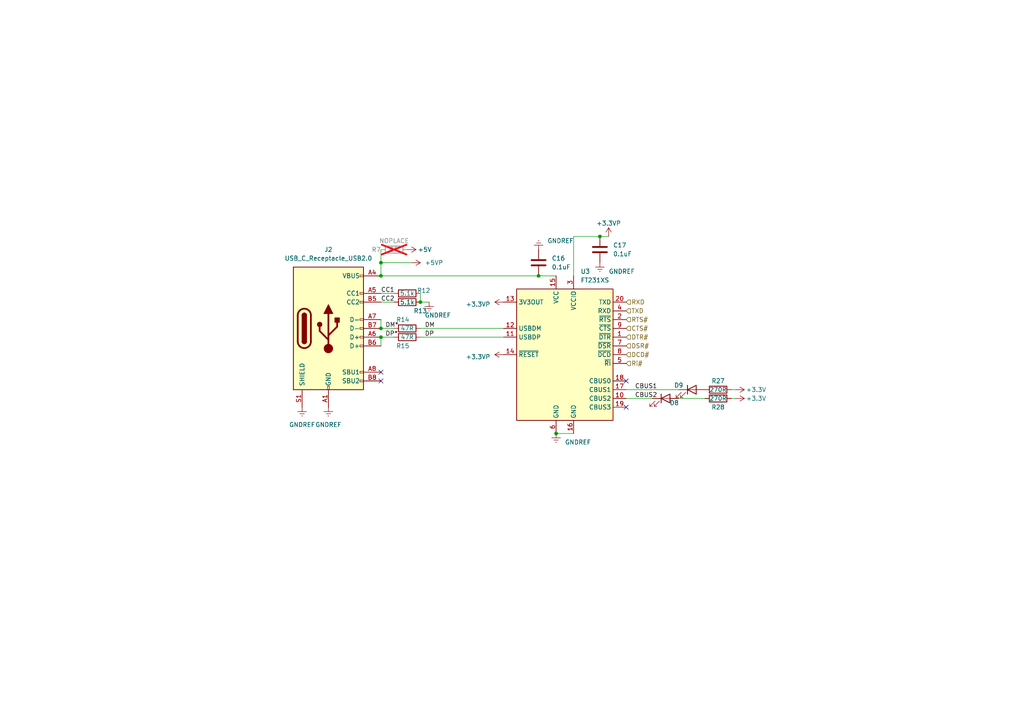
<source format=kicad_sch>
(kicad_sch (version 20230121) (generator eeschema)
  (paper "A4")
  (lib_symbols
    (symbol "Connector:USB_C_Receptacle_USB2.0" (pin_names (offset 1.016))
      (property "Reference" "J" (at -10.16 19.05 0))
      (property "Value" "USB_C_Receptacle_USB2.0" (at 19.05 19.05 0))
      (symbol "USB_C_Receptacle_USB2.0_0_0"
        (rectangle (start -0.254 -17.78) (end 0.254 -16.764))
        (rectangle (start 10.16 -14.986) (end 9.144 -15.494))
        (rectangle (start 10.16 -12.446) (end 9.144 -12.954))
        (rectangle (start 10.16 -4.826) (end 9.144 -5.334))
        (rectangle (start 10.16 -2.286) (end 9.144 -2.794))
        (rectangle (start 10.16 0.254) (end 9.144 -0.254))
        (rectangle (start 10.16 2.794) (end 9.144 2.286))
        (rectangle (start 10.16 7.874) (end 9.144 7.366))
        (rectangle (start 10.16 10.414) (end 9.144 9.906))
        (rectangle (start 10.16 15.494) (end 9.144 14.986))
      )
      (symbol "USB_C_Receptacle_USB2.0_0_1"
        (rectangle (start -10.16 17.78) (end 10.16 -17.78) (stroke (width 0.254)) (fill (type background)))
        (arc (start -8.89 -3.81) (mid -6.985 -5.7067) (end -5.08 -3.81) (stroke (width 0.508)))
        (arc (start -7.62 -3.81) (mid -6.985 -4.4423) (end -6.35 -3.81) (stroke (width 0.254)))
        (arc (start -7.62 -3.81) (mid -6.985 -4.4423) (end -6.35 -3.81) (stroke (width 0.254)) (fill (type outline)))
        (rectangle (start -7.62 -3.81) (end -6.35 3.81) (stroke (width 0.254)) (fill (type outline)))
        (arc (start -6.35 3.81) (mid -6.985 4.4423) (end -7.62 3.81) (stroke (width 0.254)))
        (arc (start -6.35 3.81) (mid -6.985 4.4423) (end -7.62 3.81) (stroke (width 0.254)) (fill (type outline)))
        (arc (start -5.08 3.81) (mid -6.985 5.7067) (end -8.89 3.81) (stroke (width 0.508)))
        (circle (center -2.54 1.143) (radius 0.635) (stroke (width 0.254)) (fill (type outline)))
        (circle (center 0 -5.842) (radius 1.27) (fill (type outline)))
        (polyline (pts (xy -8.89 -3.81) (xy -8.89 3.81)) (stroke (width 0.508)))
        (polyline (pts (xy -5.08 3.81) (xy -5.08 -3.81)) (stroke (width 0.508)))
        (polyline (pts (xy 0 -5.842) (xy 0 4.318)) (stroke (width 0.508)))
        (polyline (pts (xy 0 -3.302) (xy -2.54 -0.762) (xy -2.54 0.508)) (stroke (width 0.508)))
        (polyline (pts (xy 0 -2.032) (xy 2.54 0.508) (xy 2.54 1.778)) (stroke (width 0.508)))
        (polyline (pts (xy -1.27 4.318) (xy 0 6.858) (xy 1.27 4.318) (xy -1.27 4.318)) (stroke (width 0.254)) (fill (type outline)))
        (rectangle (start 1.905 1.778) (end 3.175 3.048) (stroke (width 0.254)) (fill (type outline)))
      )
      (symbol "USB_C_Receptacle_USB2.0_1_1"
        (pin passive line (at 0 -22.86 90) (length 5.08) (name "GND") (number "A1"))
        (pin passive line (at 0 -22.86 90) (length 5.08) hide (name "GND") (number "A12"))
        (pin passive line (at 15.24 15.24 180) (length 5.08) (name "VBUS") (number "A4"))
        (pin bidirectional line (at 15.24 10.16 180) (length 5.08) (name "CC1") (number "A5"))
        (pin bidirectional line (at 15.24 -2.54 180) (length 5.08) (name "D+") (number "A6"))
        (pin bidirectional line (at 15.24 2.54 180) (length 5.08) (name "D-") (number "A7"))
        (pin bidirectional line (at 15.24 -12.7 180) (length 5.08) (name "SBU1") (number "A8"))
        (pin passive line (at 15.24 15.24 180) (length 5.08) hide (name "VBUS") (number "A9"))
        (pin passive line (at 0 -22.86 90) (length 5.08) hide (name "GND") (number "B1"))
        (pin passive line (at 0 -22.86 90) (length 5.08) hide (name "GND") (number "B12"))
        (pin passive line (at 15.24 15.24 180) (length 5.08) hide (name "VBUS") (number "B4"))
        (pin bidirectional line (at 15.24 7.62 180) (length 5.08) (name "CC2") (number "B5"))
        (pin bidirectional line (at 15.24 -5.08 180) (length 5.08) (name "D+") (number "B6"))
        (pin bidirectional line (at 15.24 0 180) (length 5.08) (name "D-") (number "B7"))
        (pin bidirectional line (at 15.24 -15.24 180) (length 5.08) (name "SBU2") (number "B8"))
        (pin passive line (at 15.24 15.24 180) (length 5.08) hide (name "VBUS") (number "B9"))
        (pin passive line (at -7.62 -22.86 90) (length 5.08) (name "SHIELD") (number "S1"))
      )
    )
    (symbol "Device:C" (pin_numbers hide) (pin_names (offset 0.254))
      (property "Reference" "C" (at 0.635 2.54 0))
      (property "Value" "C" (at 0.635 -2.54 0))
      (symbol "C_0_1"
        (polyline (pts (xy -2.032 -0.762) (xy 2.032 -0.762)) (stroke (width 0.508)))
        (polyline (pts (xy -2.032 0.762) (xy 2.032 0.762)) (stroke (width 0.508)))
      )
      (symbol "C_1_1"
        (pin passive line (at 0 3.81 270) (length 2.794) (name "~") (number "1"))
        (pin passive line (at 0 -3.81 90) (length 2.794) (name "~") (number "2"))
      )
    )
    (symbol "Device:LED" (pin_numbers hide) (pin_names (offset 1.016) hide)
      (property "Reference" "D" (at 0 2.54 0))
      (property "Value" "LED" (at 0 -2.54 0))
      (symbol "LED_0_1"
        (polyline (pts (xy -1.27 -1.27) (xy -1.27 1.27)) (stroke (width 0.254)))
        (polyline (pts (xy -1.27 0) (xy 1.27 0)))
        (polyline (pts (xy 1.27 -1.27) (xy 1.27 1.27) (xy -1.27 0) (xy 1.27 -1.27)) (stroke (width 0.254)))
        (polyline (pts (xy -3.048 -0.762) (xy -4.572 -2.286) (xy -3.81 -2.286) (xy -4.572 -2.286) (xy -4.572 -1.524)))
        (polyline (pts (xy -1.778 -0.762) (xy -3.302 -2.286) (xy -2.54 -2.286) (xy -3.302 -2.286) (xy -3.302 -1.524)))
      )
      (symbol "LED_1_1"
        (pin passive line (at -3.81 0 0) (length 2.54) (name "K") (number "1"))
        (pin passive line (at 3.81 0 180) (length 2.54) (name "A") (number "2"))
      )
    )
    (symbol "Device:R" (pin_numbers hide) (pin_names (offset 0))
      (property "Reference" "R" (at 2.032 0 90))
      (property "Value" "R" (at 0 0 90))
      (symbol "R_0_1"
        (rectangle (start -1.016 -2.54) (end 1.016 2.54) (stroke (width 0.254)))
      )
      (symbol "R_1_1"
        (pin passive line (at 0 3.81 270) (length 1.27) (name "~") (number "1"))
        (pin passive line (at 0 -3.81 90) (length 1.27) (name "~") (number "2"))
      )
    )
    (symbol "Interface_USB:FT231XS"
      (property "Reference" "U" (at -13.97 20.32 0))
      (property "Value" "FT231XS" (at 7.62 20.32 0))
      (symbol "FT231XS_0_1"
        (rectangle (start -13.97 19.05) (end 13.97 -19.05) (stroke (width 0.254)) (fill (type background)))
      )
      (symbol "FT231XS_1_1"
        (pin output line (at 17.78 5.08 180) (length 3.81) (name "~{DTR}") (number "1"))
        (pin bidirectional line (at 17.78 -12.7 180) (length 3.81) (name "CBUS2") (number "10"))
        (pin bidirectional line (at -17.78 5.08 0) (length 3.81) (name "USBDP") (number "11"))
        (pin bidirectional line (at -17.78 7.62 0) (length 3.81) (name "USBDM") (number "12"))
        (pin power_out line (at -17.78 15.24 0) (length 3.81) (name "3V3OUT") (number "13"))
        (pin input line (at -17.78 0 0) (length 3.81) (name "~{RESET}") (number "14"))
        (pin power_in line (at -2.54 22.86 270) (length 3.81) (name "VCC") (number "15"))
        (pin power_in line (at 2.54 -22.86 90) (length 3.81) (name "GND") (number "16"))
        (pin bidirectional line (at 17.78 -10.16 180) (length 3.81) (name "CBUS1") (number "17"))
        (pin bidirectional line (at 17.78 -7.62 180) (length 3.81) (name "CBUS0") (number "18"))
        (pin bidirectional line (at 17.78 -15.24 180) (length 3.81) (name "CBUS3") (number "19"))
        (pin output line (at 17.78 10.16 180) (length 3.81) (name "~{RTS}") (number "2"))
        (pin output line (at 17.78 15.24 180) (length 3.81) (name "TXD") (number "20"))
        (pin power_in line (at 2.54 22.86 270) (length 3.81) (name "VCCIO") (number "3"))
        (pin input line (at 17.78 12.7 180) (length 3.81) (name "RXD") (number "4"))
        (pin input line (at 17.78 -2.54 180) (length 3.81) (name "~{RI}") (number "5"))
        (pin power_in line (at -2.54 -22.86 90) (length 3.81) (name "GND") (number "6"))
        (pin input line (at 17.78 2.54 180) (length 3.81) (name "~{DSR}") (number "7"))
        (pin input line (at 17.78 0 180) (length 3.81) (name "~{DCD}") (number "8"))
        (pin input line (at 17.78 7.62 180) (length 3.81) (name "~{CTS}") (number "9"))
      )
    )
    (symbol "power:+3.3V" (power) (pin_names (offset 0))
      (property "Value" "+3.3V" (at 0 3.556 0))
      (symbol "+3.3V_0_1"
        (polyline (pts (xy -0.762 1.27) (xy 0 2.54)))
        (polyline (pts (xy 0 0) (xy 0 2.54)))
        (polyline (pts (xy 0 2.54) (xy 0.762 1.27)))
      )
      (symbol "+3.3V_1_1"
        (pin power_in line (at 0 0 90) (length 0) hide (name "+3.3V") (number "1"))
      )
    )
    (symbol "power:+3.3VP" (power) (pin_names (offset 0))
      (property "Value" "+3.3VP" (at 0 2.54 0))
      (symbol "+3.3VP_0_0"
        (pin power_in line (at 0 0 90) (length 0) hide (name "+3.3VP") (number "1"))
      )
      (symbol "+3.3VP_0_1"
        (polyline (pts (xy -0.762 1.27) (xy 0 2.54)))
        (polyline (pts (xy 0 0) (xy 0 2.54)))
        (polyline (pts (xy 0 2.54) (xy 0.762 1.27)))
      )
    )
    (symbol "power:+5V" (power) (pin_names (offset 0))
      (property "Value" "+5V" (at 0 3.556 0))
      (symbol "+5V_0_1"
        (polyline (pts (xy -0.762 1.27) (xy 0 2.54)))
        (polyline (pts (xy 0 0) (xy 0 2.54)))
        (polyline (pts (xy 0 2.54) (xy 0.762 1.27)))
      )
      (symbol "+5V_1_1"
        (pin power_in line (at 0 0 90) (length 0) hide (name "+5V") (number "1"))
      )
    )
    (symbol "power:+5VP" (power) (pin_names (offset 0))
      (property "Value" "+5VP" (at 0 3.556 0))
      (symbol "+5VP_0_1"
        (polyline (pts (xy -0.762 1.27) (xy 0 2.54)))
        (polyline (pts (xy 0 0) (xy 0 2.54)))
        (polyline (pts (xy 0 2.54) (xy 0.762 1.27)))
      )
      (symbol "+5VP_1_1"
        (pin power_in line (at 0 0 90) (length 0) hide (name "+5VP") (number "1"))
      )
    )
    (symbol "power:GNDREF" (power) (pin_names (offset 0))
      (property "Value" "GNDREF" (at 0 -3.81 0))
      (symbol "GNDREF_0_1"
        (polyline (pts (xy -0.635 -1.905) (xy 0.635 -1.905)))
        (polyline (pts (xy -0.127 -2.54) (xy 0.127 -2.54)))
        (polyline (pts (xy 0 -1.27) (xy 0 0)))
        (polyline (pts (xy 1.27 -1.27) (xy -1.27 -1.27)))
      )
      (symbol "GNDREF_1_1"
        (pin power_in line (at 0 0 270) (length 0) hide (name "GNDREF") (number "1"))
      )
    )
  )
  (junction (at 110.49 76.2))
  (junction (at 156.21 80.01))
  (junction (at 110.49 80.01))
  (junction (at 121.92 87.63))
  (junction (at 161.29 125.73))
  (junction (at 110.49 97.79))
  (junction (at 110.49 95.25))
  (junction (at 173.99 68.58))
  (no_connect (at 181.61 110.49))
  (no_connect (at 110.49 107.95))
  (no_connect (at 110.49 110.49))
  (no_connect (at 181.61 118.11))
  (wire (pts (xy 156.21 80.01) (xy 161.29 80.01)))
  (wire (pts (xy 212.09 115.57) (xy 213.36 115.57)))
  (wire (pts (xy 110.49 76.2) (xy 119.38 76.2)))
  (wire (pts (xy 166.37 68.58) (xy 166.37 80.01)))
  (wire (pts (xy 110.49 95.25) (xy 114.3 95.25)))
  (wire (pts (xy 114.3 85.09) (xy 110.49 85.09)))
  (wire (pts (xy 124.46 87.63) (xy 121.92 87.63)))
  (wire (pts (xy 110.49 72.39) (xy 110.49 76.2)))
  (wire (pts (xy 196.85 115.57) (xy 204.47 115.57)))
  (wire (pts (xy 114.3 87.63) (xy 110.49 87.63)))
  (wire (pts (xy 189.23 115.57) (xy 181.61 115.57)))
  (wire (pts (xy 110.49 92.71) (xy 110.49 95.25)))
  (wire (pts (xy 181.61 113.03) (xy 196.85 113.03)))
  (wire (pts (xy 212.09 113.03) (xy 213.36 113.03)))
  (wire (pts (xy 110.49 80.01) (xy 156.21 80.01)))
  (wire (pts (xy 121.92 95.25) (xy 146.05 95.25)))
  (wire (pts (xy 161.29 125.73) (xy 166.37 125.73)))
  (wire (pts (xy 110.49 76.2) (xy 110.49 80.01)))
  (wire (pts (xy 121.92 97.79) (xy 146.05 97.79)))
  (wire (pts (xy 121.92 85.09) (xy 121.92 87.63)))
  (wire (pts (xy 110.49 97.79) (xy 110.49 100.33)))
  (wire (pts (xy 173.99 68.58) (xy 166.37 68.58)))
  (wire (pts (xy 176.53 68.58) (xy 173.99 68.58)))
  (wire (pts (xy 110.49 97.79) (xy 114.3 97.79)))
  (label "DP*" (at 111.76 97.79 0))
  (label "CC2" (at 110.49 87.63 0))
  (label "CC1" (at 110.49 85.09 0))
  (label "CBUS2" (at 184.15 115.57 0))
  (label "DM*" (at 111.76 95.25 0))
  (label "CBUS1" (at 184.15 113.03 0))
  (label "DP" (at 123.19 97.79 0))
  (label "DM" (at 123.19 95.25 0))
  (hierarchical_label "CTS#" (shape input) (at 181.61 95.25 0))
  (hierarchical_label "RXD" (shape input) (at 181.61 87.63 0))
  (hierarchical_label "TXD" (shape input) (at 181.61 90.17 0))
  (hierarchical_label "DTR#" (shape input) (at 181.61 97.79 0))
  (hierarchical_label "DSR#" (shape input) (at 181.61 100.33 0))
  (hierarchical_label "RTS#" (shape input) (at 181.61 92.71 0))
  (hierarchical_label "DCD#" (shape input) (at 181.61 102.87 0))
  (hierarchical_label "Ri#" (shape input) (at 181.61 105.41 0))
  (symbol (lib_id "power:GNDREF") (at 161.29 125.73 0) (unit 1)
    (property "Reference" "#PWR029" (effects hide))
    (property "Value" "GNDREF" (at 167.64 128.27 0))
    (instances (project "ESP-Gamma-Detector" (path "" (reference "#PWR029") (unit 1)) (path "" (reference "#PWR032") (unit 1))) (project "opengeiger" (path "" (reference "#PWR0117") (unit 1))))
  )
  (symbol (lib_id "Device:C") (at 156.21 76.2 0) (unit 1)
    (property "Reference" "C16" (at 160.02 74.9299 0) (effects (justify left)))
    (property "Value" "0.1uF" (at 160.02 77.4699 0) (effects (justify left)))
    (property "Footprint" "Capacitor_SMD:C_0603_1608Metric_Pad1.08x0.95mm_HandSolder" (effects hide))
    (property "MPN" "06035C104KAT4A" (effects hide))
    (property "INFO" "DIGIKEY" (effects hide))
    (property "Supplier Part Number" "478-10346-1-ND" (effects hide))
    (instances (project "ESP-Gamma-Detector" (path "" (reference "C16") (unit 1)) (path "" (reference "C1") (unit 1))) (project "opengeiger" (path "" (reference "C15") (unit 1))))
  )
  (symbol (lib_id "power:GNDREF") (at 95.25 118.11 0) (unit 1)
    (property "Reference" "#PWR017" (effects hide))
    (property "Value" "GNDREF" (at 95.25 123.19 0))
    (instances (project "ESP-Gamma-Detector" (path "" (reference "#PWR017") (unit 1)) (path "" (reference "#PWR012") (unit 1))) (project "opengeiger" (path "" (reference "#PWR0102") (unit 1))))
  )
  (symbol (lib_id "power:+5V") (at 118.11 72.39 270) (unit 1)
    (property "Reference" "#PWR021" (effects hide))
    (property "Value" "+5V" (at 123.19 72.39 90))
    (instances (project "ESP-Gamma-Detector" (path "" (reference "#PWR021") (unit 1)) (path "" (reference "#PWR020") (unit 1))) (project "opengeiger" (path "" (reference "#PWR0104") (unit 1))))
  )
  (symbol (lib_id "Device:R") (at 118.11 85.09 270) (unit 1)
    (property "Reference" "R12" (at 122.8868 84.2661 90))
    (property "Value" "5.1k" (at 118.11 85.09 90))
    (property "Footprint" "Resistor_SMD:R_0603_1608Metric_Pad0.98x0.95mm_HandSolder" (effects hide))
    (property "MPN" "RMCF0603JT5K10" (effects hide))
    (property "INFO" "DIGIKEY" (effects hide))
    (property "Supplier Part Number" "RMCF0603JT5K10DKR-ND" (effects hide))
    (instances (project "ESP-Gamma-Detector" (path "" (reference "R12") (unit 1)) (path "" (reference "R3") (unit 1))) (project "opengeiger" (path "" (reference "R14") (unit 1))))
  )
  (symbol (lib_id "power:+3.3V") (at 213.36 113.03 270) (unit 1)
    (property "Reference" "#PWR039" (effects hide))
    (property "Value" "+3.3V" (at 222.25 113.03 90) (effects (justify right)))
    (instances (project "ESP-Gamma-Detector" (path "" (reference "#PWR039") (unit 1)) (path "" (reference "#PWR036") (unit 1))) (project "opengeiger" (path "" (reference "#PWR0115") (unit 1))))
  )
  (symbol (lib_id "Device:R") (at 208.28 115.57 270) (unit 1)
    (property "Reference" "R28" (at 208.28 118.11 90))
    (property "Value" "270R" (at 208.28 115.57 90))
    (property "Footprint" "Resistor_SMD:R_0603_1608Metric_Pad0.98x0.95mm_HandSolder" (effects hide))
    (property "MPN" "RC0603JR-07270RL" (effects hide))
    (property "INFO" "DIGIKEY" (effects hide))
    (property "Supplier Part Number" "311-270GRDKR-ND" (effects hide))
    (instances (project "ESP-Gamma-Detector" (path "" (reference "R28") (unit 1)) (path "" (reference "R9") (unit 1))) (project "opengeiger" (path "" (reference "R34") (unit 1))))
  )
  (symbol (lib_id "power:GNDREF") (at 87.63 118.11 0) (unit 1)
    (property "Reference" "#PWR016" (effects hide))
    (property "Value" "GNDREF" (at 87.63 123.19 0))
    (instances (project "ESP-Gamma-Detector" (path "" (reference "#PWR016") (unit 1)) (path "" (reference "#PWR010") (unit 1))) (project "opengeiger" (path "" (reference "#PWR0101") (unit 1))))
  )
  (symbol (lib_id "power:+3.3V") (at 213.36 115.57 270) (unit 1)
    (property "Reference" "#PWR040" (effects hide))
    (property "Value" "+3.3V" (at 222.25 115.57 90) (effects (justify right)))
    (instances (project "ESP-Gamma-Detector" (path "" (reference "#PWR040") (unit 1)) (path "" (reference "#PWR051") (unit 1))) (project "opengeiger" (path "" (reference "#PWR0116") (unit 1))))
  )
  (symbol (lib_id "power:GNDREF") (at 124.46 87.63 0) (unit 1)
    (property "Reference" "#PWR022" (effects hide))
    (property "Value" "GNDREF" (at 127 91.44 0))
    (instances (project "ESP-Gamma-Detector" (path "" (reference "#PWR022") (unit 1)) (path "" (reference "#PWR023") (unit 1))) (project "opengeiger" (path "" (reference "#PWR0103") (unit 1))))
  )
  (symbol (lib_id "Device:R") (at 118.11 95.25 270) (unit 1)
    (property "Reference" "R14" (at 116.84 92.71 90))
    (property "Value" "47R" (at 118.11 95.25 90))
    (property "Footprint" "Resistor_SMD:R_0603_1608Metric_Pad0.98x0.95mm_HandSolder" (effects hide))
    (property "MPN" "RMCF0603JT47R0" (effects hide))
    (property "INFO" "DIGIKEY" (effects hide))
    (property "Supplier Part Number" "RMCF0603JT47R0DKR-ND" (effects hide))
    (instances (project "ESP-Gamma-Detector" (path "" (reference "R14") (unit 1)) (path "" (reference "R5") (unit 1))) (project "opengeiger" (path "" (reference "R31") (unit 1))))
  )
  (symbol (lib_id "power:+5VP") (at 119.38 76.2 270) (unit 1)
    (property "Reference" "#PWR016" (effects hide))
    (property "Value" "+5VP" (at 123.19 76.2 90) (effects (justify left)))
    (instances (project "ESP-Gamma-Detector" (path "" (reference "#PWR016") (unit 1)) (path "" (reference "#PWR017") (unit 1))))
  )
  (symbol (lib_id "power:GNDREF") (at 173.99 76.2 0) (unit 1)
    (property "Reference" "#PWR031" (effects hide))
    (property "Value" "GNDREF" (at 180.34 78.74 0))
    (instances (project "ESP-Gamma-Detector" (path "" (reference "#PWR031") (unit 1)) (path "" (reference "#PWR035") (unit 1))) (project "opengeiger" (path "" (reference "#PWR0119") (unit 1))))
  )
  (symbol (lib_id "Device:R") (at 118.11 97.79 270) (unit 1)
    (property "Reference" "R15" (at 116.84 100.33 90))
    (property "Value" "47R" (at 118.11 97.79 90))
    (property "Footprint" "Resistor_SMD:R_0603_1608Metric_Pad0.98x0.95mm_HandSolder" (effects hide))
    (property "MPN" "RMCF0603JT47R0" (effects hide))
    (property "INFO" "DIGIKEY" (effects hide))
    (property "Supplier Part Number" "RMCF0603JT47R0DKR-ND" (effects hide))
    (instances (project "ESP-Gamma-Detector" (path "" (reference "R15") (unit 1)) (path "" (reference "R6") (unit 1))) (project "opengeiger" (path "" (reference "R32") (unit 1))))
  )
  (symbol (lib_id "Device:R") (at 118.11 87.63 270) (unit 1)
    (property "Reference" "R13" (at 121.92 90.17 90))
    (property "Value" "5.1k" (at 118.11 87.63 90))
    (property "Footprint" "Resistor_SMD:R_0603_1608Metric_Pad0.98x0.95mm_HandSolder" (effects hide))
    (property "MPN" "RMCF0603JT5K10" (effects hide))
    (property "INFO" "DIGIKEY" (effects hide))
    (property "Supplier Part Number" "RMCF0603JT5K10DKR-ND" (effects hide))
    (instances (project "ESP-Gamma-Detector" (path "" (reference "R13") (unit 1)) (path "" (reference "R4") (unit 1))) (project "opengeiger" (path "" (reference "R15") (unit 1))))
  )
  (symbol (lib_id "power:GNDREF") (at 156.21 72.39 180) (unit 1)
    (property "Reference" "#PWR027" (effects hide))
    (property "Value" "GNDREF" (at 162.56 69.85 0))
    (instances (project "ESP-Gamma-Detector" (path "" (reference "#PWR027") (unit 1)) (path "" (reference "#PWR024") (unit 1))) (project "opengeiger" (path "" (reference "#PWR0118") (unit 1))))
  )
  (symbol (lib_id "Device:C") (at 173.99 72.39 0) (unit 1)
    (property "Reference" "C17" (at 177.8 71.1199 0) (effects (justify left)))
    (property "Value" "0.1uF" (at 177.8 73.6599 0) (effects (justify left)))
    (property "Footprint" "Capacitor_SMD:C_0603_1608Metric_Pad1.08x0.95mm_HandSolder" (effects hide))
    (property "MPN" "06035C104KAT4A" (effects hide))
    (property "INFO" "DIGIKEY" (effects hide))
    (property "Supplier Part Number" "478-10346-1-ND" (effects hide))
    (instances (project "ESP-Gamma-Detector" (path "" (reference "C17") (unit 1)) (path "" (reference "C3") (unit 1))) (project "opengeiger" (path "" (reference "C16") (unit 1))))
  )
  (symbol (lib_id "power:+3.3VP") (at 176.53 68.58 0) (unit 1)
    (property "Reference" "#PWR043" (effects hide))
    (property "Value" "+3.3VP" (at 176.53 64.77 0))
  )
  (symbol (lib_id "power:+3.3VP") (at 146.05 87.63 90) (unit 1)
    (property "Reference" "#PWR044" (effects hide))
    (property "Value" "+3.3VP" (at 142.24 88.265 90) (effects (justify left)))
  )
  (symbol (lib_id "Device:LED") (at 193.04 115.57 0) (unit 1)
    (property "Reference" "D8" (at 195.58 116.84 0))
    (property "Value" "0603RBD0700S01" (effects hide))
    (property "Footprint" "LED_SMD:LED_0603_1608Metric" (effects hide))
    (property "INFO" "DIGIKEY" (effects hide))
    (property "MPN" "0603RBD0700S01" (effects hide))
    (property "Supplier Part Number" "160-1447-6-ND" (effects hide))
    (instances (project "ESP-Gamma-Detector" (path "" (reference "D8") (unit 1)) (path "" (reference "D1") (unit 1))) (project "opengeiger" (path "" (reference "D2") (unit 1))))
  )
  (symbol (lib_id "Connector:USB_C_Receptacle_USB2.0") (at 95.25 95.25 0) (unit 1)
    (property "Reference" "J2" (at 95.25 72.39 0))
    (property "Value" "USB_C_Receptacle_USB2.0" (at 95.25 74.93 0))
    (property "Footprint" "Connector_USB:USB_C_Receptacle_HRO_TYPE-C-31-M-12" (effects hide))
    (property "Datasheet" "https://www.usb.org/sites/default/files/documents/usb_type-c.zip" (effects hide))
    (property "MPN" "CONN RCP USB2.0 TYP C 24P SMD RA" (effects hide))
    (property "INFO" "DIGIKEY" (effects hide))
    (property "Supplier Part Number" "2073-USB4105-GF-ADKR-ND" (effects hide))
    (instances (project "ESP-Gamma-Detector" (path "" (reference "J2") (unit 1)) (path "" (reference "J6") (unit 1))) (project "opengeiger" (path "" (reference "J8") (unit 1))))
  )
  (symbol (lib_id "Device:R") (at 208.28 113.03 270) (unit 1)
    (property "Reference" "R27" (at 208.28 110.49 90))
    (property "Value" "270R" (at 208.28 113.03 90))
    (property "Footprint" "Resistor_SMD:R_0603_1608Metric_Pad0.98x0.95mm_HandSolder" (effects hide))
    (property "MPN" "RC0603JR-07270RL" (effects hide))
    (property "INFO" "DIGIKEY" (effects hide))
    (property "Supplier Part Number" "311-270GRDKR-ND" (effects hide))
    (instances (project "ESP-Gamma-Detector" (path "" (reference "R27") (unit 1)) (path "" (reference "R8") (unit 1))) (project "opengeiger" (path "" (reference "R33") (unit 1))))
  )
  (symbol (lib_id "Device:LED") (at 200.66 113.03 0) (unit 1)
    (property "Reference" "D9" (at 196.85 111.76 0))
    (property "Value" "0603RBD0700S01" (effects hide))
    (property "Footprint" "LED_SMD:LED_0603_1608Metric" (effects hide))
    (property "INFO" "DIGIKEY" (effects hide))
    (property "MPN" "0603RBD0700S01" (effects hide))
    (property "Supplier Part Number" "160-1447-6-ND" (effects hide))
    (instances (project "ESP-Gamma-Detector" (path "" (reference "D9") (unit 1)) (path "" (reference "D2") (unit 1))) (project "opengeiger" (path "" (reference "D14") (unit 1))))
  )
  (symbol (lib_id "Device:R") (at 114.3 72.39 90) (unit 1) (dnp yes)
    (property "Reference" "R7" (at 110.49 72.39 90) (effects (justify left)))
    (property "Value" "0R" (at 115.57 72.39 90) (effects (justify left)))
    (property "Footprint" "Resistor_SMD:R_1206_3216Metric_Pad1.30x1.75mm_HandSolder" (effects hide))
    (property "Datasheet" "https://fscdn.rohm.com/en/products/databook/datasheet/passive/resistor/chip_resistor/ktr-e.pdf" (effects hide))
    (property "MPN" "KTR18EZPF0" (effects hide))
    (property "INFO" "DIGIKEY" (effects hide))
    (property "Supplier Part Number" "RHM0RAIDKR-ND" (effects hide))
    (property "PLACE" "NOPLACE" (at 114.3 69.85 90))
    (instances (project "ESP-Gamma-Detector" (path "" (reference "R7") (unit 1)) (path "" (reference "R1") (unit 1))) (project "opengeiger" (path "" (reference "R30") (unit 1))))
  )
  (symbol (lib_id "power:+3.3VP") (at 146.05 102.87 90) (unit 1)
    (property "Reference" "#PWR045" (effects hide))
    (property "Value" "+3.3VP" (at 142.24 103.505 90) (effects (justify left)))
  )
  (symbol (lib_id "Interface_USB:FT231XS") (at 163.83 102.87 0) (unit 1)
    (property "Reference" "U3" (at 168.3894 78.74 0) (effects (justify left)))
    (property "Value" "FT231XS" (at 168.3894 81.28 0) (effects (justify left)))
    (property "Footprint" "Package_SO:SSOP-20_3.9x8.7mm_P0.635mm" (effects hide))
    (property "Datasheet" "https://www.ftdichip.com/Support/Documents/DataSheets/ICs/DS_FT231X.pdf" (effects hide))
    (instances (project "ESP-Gamma-Detector" (path "" (reference "U3") (unit 1)) (path "" (reference "U4") (unit 1))) (project "opengeiger" (path "" (reference "U3") (unit 1))))
  )
)
</source>
